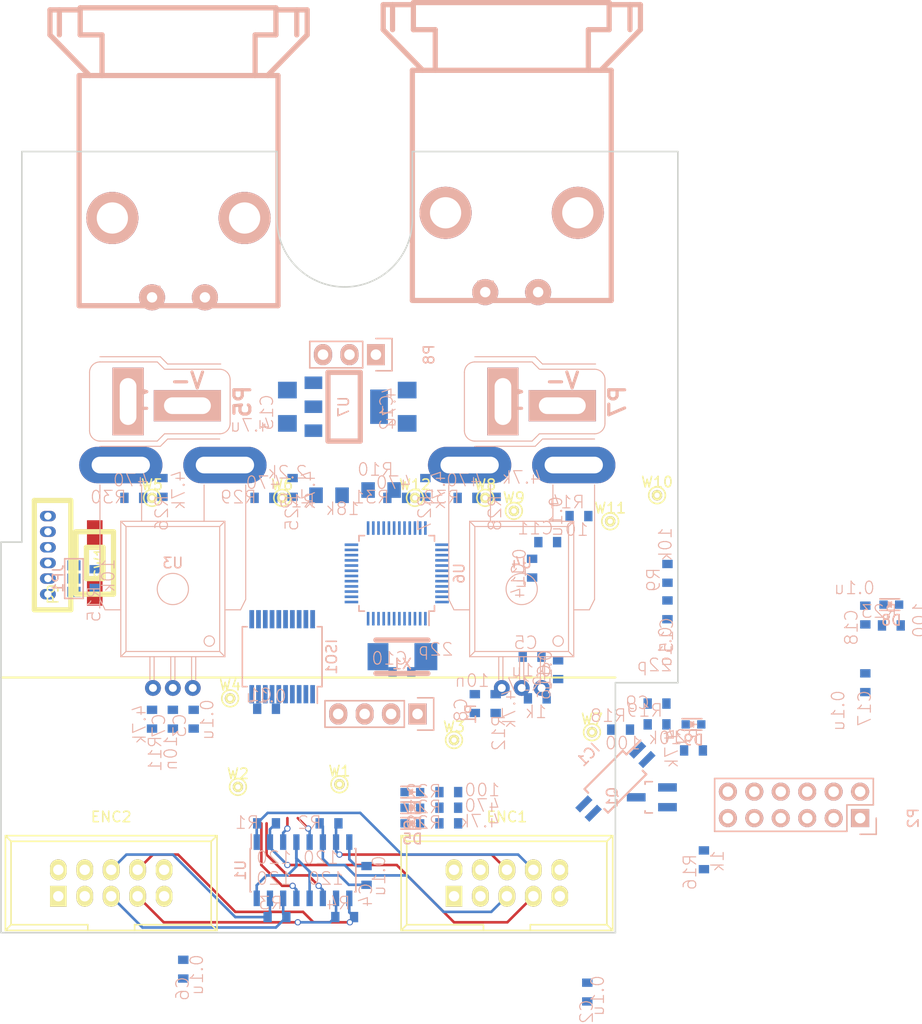
<source format=kicad_pcb>
(kicad_pcb (version 4) (host pcbnew 4.0.5)
  (layers (0 F.Cu signal) (31 B.Cu signal) (34 B.Paste user hide) (35 F.Paste user hide) (36 B.SilkS user) (37 F.SilkS user) (38 B.Mask user) (39 F.Mask user) (44 Edge.Cuts user))
  (net 0 "")
  (net 1 +3.3V)
  (net 2 GND)
  (net 3 +5V)
  (net 4 +12V)
  (net 5 /ENC_Aba)
  (net 6 /ENC_Abb)
  (net 7 /ENC_Aaa)
  (net 8 /ENC_Aab)
  (net 9 /ENC_Bba)
  (net 10 /ENC_Bbb)
  (net 11 /ENC_Baa)
  (net 12 /ENC_Bab)
  (net 13 /EXIO_0)
  (net 14 /EXIO_1)
  (net 15 /ENC_Aa)
  (net 16 /VALVE_3)
  (net 17 /ENC_Ab)
  (net 18 /VALVE_2)
  (net 19 /ENC_Ba)
  (net 20 /VALVE_1)
  (net 21 /ENC_Bb)
  (net 22 /VALVE_0)
  (net 23 "Net-(P5-Pad1)")
  (net 24 "Net-(P7-Pad1)")
  (net 25 "Net-(R11-Pad1)")
  (net 26 "Net-(R12-Pad1)")
  (net 27 /V_RX)
  (net 28 GNDPWR)
  (net 29 "Net-(C9-Pad2)")
  (net 30 "Net-(C10-Pad2)")
  (net 31 "Net-(C11-Pad1)")
  (net 32 /GD_12V)
  (net 33 /PW_3.3V)
  (net 34 +BATT)
  (net 35 "Net-(JP1-Pad2)")
  (net 36 /SWDCK)
  (net 37 /SWDIO)
  (net 38 /USART_TX)
  (net 39 /USART_RX)
  (net 40 "Net-(R9-Pad1)")
  (net 41 /BATT_IN)
  (net 42 /NRST)
  (net 43 /V_TX)
  (net 44 "Net-(IC1-Pad1)")
  (net 45 "Net-(IC1-Pad2)")
  (net 46 "Net-(Q1-PadG)")
  (net 47 "Net-(D5-Pad2)")
  (net 48 "Net-(D6-Pad2)")
  (net 49 "Net-(D7-Pad2)")
  (net 50 "Net-(D8-Pad2)")
  (net 51 "Net-(D9-Pad2)")
  (net 52 /SPI_NSS)
  (net 53 /SPI_SCK)
  (net 54 /SPI_MISO)
  (net 55 /SPI_MOSI)
  (net 56 /V_1A)
  (net 57 /V_1B)
  (net 58 /V_0A)
  (net 59 /V_0B)
  (net 60 /V1B_IN)
  (net 61 /V1A_IN)
  (net 62 /V0A_IN)
  (net 63 /V0B_IN)
  (module RP_KiCAD_Connector:D-3200S_2L_PW (layer B.Cu) (at 25.5 14)
    (fp_text reference P4 (at 0 -0.5) (layer B.SilkS) (effects (justify mirror)))
    (fp_text value CONN_01X02)
    (pad 1 thru_hole circle (at 0 0) (size 2.5 2.5) (drill 1) (layers *.Cu *.Mask B.SilkS) (net 56 /V_1A))
    (pad 2 thru_hole circle (at 5.08 0) (size 2.5 2.5) (drill 1) (layers *.Cu *.Mask B.SilkS) (net 57 /V_1B))
    (pad 1 thru_hole circle (at -3.81 -7.62) (size 5 5) (drill 3) (layers *.Cu *.Mask B.SilkS) (net 56 /V_1A))
    (pad 2 thru_hole circle (at 8.89 -7.62) (size 5 5) (drill 3) (layers *.Cu *.Mask B.SilkS) (net 57 /V_1B))
  )
  (module RP_KiCAD_Libs:ACS785xCB (layer B.Cu) (at 27.5 51.5 180)
    (fp_text reference U3 (at 0 12 180) (layer B.SilkS) (effects (justify mirror)))
    (fp_text value ACS758)
    (pad 1 thru_hole circle (at -1.91 0 180) (size 1.524 1.524) (drill 0.762) (layers *.Cu *.Mask) (net 1 +3.3V))
    (pad 2 thru_hole circle (at 0 0 180) (size 1.524 1.524) (drill 0.762) (layers *.Cu *.Mask) (net 2 GND))
    (pad 3 thru_hole circle (at 1.91 0 180) (size 1.524 1.524) (drill 0.762) (layers *.Cu *.Mask) (net 25 "Net-(R11-Pad1)"))
    (pad 4 thru_hole oval (at 5 21.4 180) (size 8 3.5) (drill oval 5.6 1.6) (layers *.Cu *.Mask) (net 56 /V_1A))
    (pad 5 thru_hole oval (at -5 21.4 180) (size 8 3.5) (drill oval 5.6 1.6) (layers *.Cu *.Mask) (net 23 "Net-(P5-Pad1)"))
  )
  (module RP_KiCAD_Libs:ACS785xCB (layer B.Cu) (at 61 51.5 180)
    (fp_text reference U4 (at 0 12 180) (layer B.SilkS) (effects (justify mirror)))
    (fp_text value ACS758)
    (pad 1 thru_hole circle (at -1.91 0 180) (size 1.524 1.524) (drill 0.762) (layers *.Cu *.Mask) (net 1 +3.3V))
    (pad 2 thru_hole circle (at 0 0 180) (size 1.524 1.524) (drill 0.762) (layers *.Cu *.Mask) (net 2 GND))
    (pad 3 thru_hole circle (at 1.91 0 180) (size 1.524 1.524) (drill 0.762) (layers *.Cu *.Mask) (net 26 "Net-(R12-Pad1)"))
    (pad 4 thru_hole oval (at 5 21.4 180) (size 8 3.5) (drill oval 5.6 1.6) (layers *.Cu *.Mask) (net 58 /V_0A))
    (pad 5 thru_hole oval (at -5 21.4 180) (size 8 3.5) (drill oval 5.6 1.6) (layers *.Cu *.Mask) (net 24 "Net-(P7-Pad1)"))
  )
  (module RP_KiCAD_Libs:C1608_WP (layer B.Cu) (at 36.5 53.5 180)
    (fp_text reference C1 (at -0.635 0.635 180) (layer B.SilkS) (effects (font (size 1.2065 1.2065) (thickness 0.1016)) (justify left bottom mirror)))
    (fp_text value 0.1u (at -2 0.5 180) (layer B.SilkS) (effects (font (size 1.2065 1.2065) (thickness 0.1016)) (justify left bottom mirror)))
    (pad 1 smd rect (at -0.9 0 180) (size 0.8 1) (layers B.Cu B.Paste B.Mask) (net 1 +3.3V))
    (pad 2 smd rect (at 0.9 0 180) (size 0.8 1) (layers B.Cu B.Paste B.Mask) (net 2 GND))
  )
  (module RP_KiCAD_Libs:C1608_WP (layer B.Cu) (at 67.3 80.7 90)
    (fp_text reference C2 (at -0.635 0.635 90) (layer B.SilkS) (effects (font (size 1.2065 1.2065) (thickness 0.1016)) (justify left bottom mirror)))
    (fp_text value 0.1u (at 1.7 1.7 90) (layer B.SilkS) (effects (font (size 1.2065 1.2065) (thickness 0.1016)) (justify left bottom mirror)))
    (pad 1 smd rect (at -0.9 0 90) (size 0.8 1) (layers B.Cu B.Paste B.Mask) (net 3 +5V))
    (pad 2 smd rect (at 0.9 0 90) (size 0.8 1) (layers B.Cu B.Paste B.Mask) (net 2 GND))
  )
  (module RP_KiCAD_Libs:C1608_WP (layer B.Cu) (at 29.5 54.5 270)
    (fp_text reference C3 (at -0.635 0.635 270) (layer B.SilkS) (effects (font (size 1.2065 1.2065) (thickness 0.1016)) (justify left bottom mirror)))
    (fp_text value 0.1u (at -2 -2 270) (layer B.SilkS) (effects (font (size 1.2065 1.2065) (thickness 0.1016)) (justify left bottom mirror)))
    (pad 1 smd rect (at -0.9 0 270) (size 0.8 1) (layers B.Cu B.Paste B.Mask) (net 1 +3.3V))
    (pad 2 smd rect (at 0.9 0 270) (size 0.8 1) (layers B.Cu B.Paste B.Mask) (net 2 GND))
  )
  (module RP_KiCAD_Libs:C1608_WP (layer B.Cu) (at 46.1 69.5 90)
    (fp_text reference C4 (at -0.635 0.635 90) (layer B.SilkS) (effects (font (size 1.2065 1.2065) (thickness 0.1016)) (justify left bottom mirror)))
    (fp_text value 0.1u (at 2 1.9 90) (layer B.SilkS) (effects (font (size 1.2065 1.2065) (thickness 0.1016)) (justify left bottom mirror)))
    (pad 1 smd rect (at -0.9 0 90) (size 0.8 1) (layers B.Cu B.Paste B.Mask) (net 3 +5V))
    (pad 2 smd rect (at 0.9 0 90) (size 0.8 1) (layers B.Cu B.Paste B.Mask) (net 2 GND))
  )
  (module RP_KiCAD_Libs:C1608_WP (layer B.Cu) (at 62 48.5 180)
    (fp_text reference C5 (at -0.635 0.635 180) (layer B.SilkS) (effects (font (size 1.2065 1.2065) (thickness 0.1016)) (justify left bottom mirror)))
    (fp_text value 0.1u (at -2 -2 180) (layer B.SilkS) (effects (font (size 1.2065 1.2065) (thickness 0.1016)) (justify left bottom mirror)))
    (pad 1 smd rect (at -0.9 0 180) (size 0.8 1) (layers B.Cu B.Paste B.Mask) (net 1 +3.3V))
    (pad 2 smd rect (at 0.9 0 180) (size 0.8 1) (layers B.Cu B.Paste B.Mask) (net 2 GND))
  )
  (module RP_KiCAD_Libs:C1608_WP (layer B.Cu) (at 28.5 78.5 90)
    (fp_text reference C6 (at -0.635 0.635 90) (layer B.SilkS) (effects (font (size 1.2065 1.2065) (thickness 0.1016)) (justify left bottom mirror)))
    (fp_text value 0.1u (at 1.5 2 90) (layer B.SilkS) (effects (font (size 1.2065 1.2065) (thickness 0.1016)) (justify left bottom mirror)))
    (pad 1 smd rect (at -0.9 0 90) (size 0.8 1) (layers B.Cu B.Paste B.Mask) (net 3 +5V))
    (pad 2 smd rect (at 0.9 0 90) (size 0.8 1) (layers B.Cu B.Paste B.Mask) (net 2 GND))
  )
  (module RP_KiCAD_Libs:C1608_WP (layer B.Cu) (at 27.5 54.5 270)
    (fp_text reference C7 (at -0.635 0.635 270) (layer B.SilkS) (effects (font (size 1.2065 1.2065) (thickness 0.1016)) (justify left bottom mirror)))
    (fp_text value 10n (at 1.5 -0.5 450) (layer B.SilkS) (effects (font (size 1.2065 1.2065) (thickness 0.1016)) (justify left bottom mirror)))
    (pad 1 smd rect (at -0.9 0 270) (size 0.8 1) (layers B.Cu B.Paste B.Mask) (net 14 /EXIO_1))
    (pad 2 smd rect (at 0.9 0 270) (size 0.8 1) (layers B.Cu B.Paste B.Mask) (net 2 GND))
  )
  (module RP_KiCAD_Libs:C1608_WP (layer B.Cu) (at 56.5 53 270)
    (fp_text reference C8 (at -0.635 0.635 270) (layer B.SilkS) (effects (font (size 1.2065 1.2065) (thickness 0.1016)) (justify left bottom mirror)))
    (fp_text value 10n (at -1.5 -1.5 540) (layer B.SilkS) (effects (font (size 1.2065 1.2065) (thickness 0.1016)) (justify left bottom mirror)))
    (pad 1 smd rect (at -0.9 0 270) (size 0.8 1) (layers B.Cu B.Paste B.Mask) (net 13 /EXIO_0))
    (pad 2 smd rect (at 0.9 0 270) (size 0.8 1) (layers B.Cu B.Paste B.Mask) (net 2 GND))
  )
  (module RP_KiCAD_Connector:DEF_ENCODER (layer F.Cu) (at 54.5 71.5)
    (fp_text reference ENC1 (at 5.08 -7.62) (layer F.SilkS))
    (fp_text value RS422_ENCODER)
    (pad 1 thru_hole rect (at 0 0) (size 1.6 2) (drill 1) (layers *.Cu *.Mask F.SilkS))
    (pad 2 thru_hole oval (at 0 -2.54) (size 1.6 2) (drill 1) (layers *.Cu *.Mask F.SilkS) (net 3 +5V))
    (pad 3 thru_hole oval (at 2.54 0) (size 1.6 2) (drill 1) (layers *.Cu *.Mask F.SilkS) (net 2 GND))
    (pad 4 thru_hole oval (at 2.54 -2.54) (size 1.6 2) (drill 1) (layers *.Cu *.Mask F.SilkS))
    (pad 5 thru_hole oval (at 5.08 0) (size 1.6 2) (drill 1) (layers *.Cu *.Mask F.SilkS) (net 5 /ENC_Aba))
    (pad 6 thru_hole oval (at 5.08 -2.54) (size 1.6 2) (drill 1) (layers *.Cu *.Mask F.SilkS) (net 6 /ENC_Abb))
    (pad 7 thru_hole oval (at 7.62 0) (size 1.6 2) (drill 1) (layers *.Cu *.Mask F.SilkS) (net 7 /ENC_Aaa))
    (pad 8 thru_hole oval (at 7.62 -2.54) (size 1.6 2) (drill 1) (layers *.Cu *.Mask F.SilkS) (net 8 /ENC_Aab))
    (pad 9 thru_hole oval (at 10.16 0) (size 1.6 2) (drill 1) (layers *.Cu *.Mask F.SilkS))
    (pad 10 thru_hole oval (at 10.16 -2.54) (size 1.6 2) (drill 1) (layers *.Cu *.Mask F.SilkS))
  )
  (module Pin_Headers:Pin_Header_Straight_1x04 (layer B.Cu) (at 51 54 90)
    (fp_text reference P1 (at 0 5.1 90) (layer B.SilkS) (effects (justify mirror)))
    (fp_text value CONN_01X04)
    (pad 1 thru_hole rect (at 0 0 90) (size 2.032 1.7272) (drill 1.016) (layers *.Cu *.Mask B.SilkS) (net 2 GND))
    (pad 2 thru_hole oval (at 0 -2.54 90) (size 2.032 1.7272) (drill 1.016) (layers *.Cu *.Mask B.SilkS) (net 1 +3.3V))
    (pad 3 thru_hole oval (at 0 -5.08 90) (size 2.032 1.7272) (drill 1.016) (layers *.Cu *.Mask B.SilkS) (net 13 /EXIO_0))
    (pad 4 thru_hole oval (at 0 -7.62 90) (size 2.032 1.7272) (drill 1.016) (layers *.Cu *.Mask B.SilkS) (net 14 /EXIO_1))
  )
  (module RP_KiCAD_Connector:D-3200S_2L_PW (layer B.Cu) (at 57.5 13.5)
    (fp_text reference P6 (at 0 -0.5) (layer B.SilkS) (effects (justify mirror)))
    (fp_text value CONN_01X02)
    (pad 1 thru_hole circle (at 0 0) (size 2.5 2.5) (drill 1) (layers *.Cu *.Mask B.SilkS) (net 58 /V_0A))
    (pad 2 thru_hole circle (at 5.08 0) (size 2.5 2.5) (drill 1) (layers *.Cu *.Mask B.SilkS) (net 59 /V_0B))
    (pad 1 thru_hole circle (at -3.81 -7.62) (size 5 5) (drill 3) (layers *.Cu *.Mask B.SilkS) (net 58 /V_0A))
    (pad 2 thru_hole circle (at 8.89 -7.62) (size 5 5) (drill 3) (layers *.Cu *.Mask B.SilkS) (net 59 /V_0B))
  )
  (module RP_KiCAD_Libs:C1608_WP (layer B.Cu) (at 36.5 64.5)
    (fp_text reference R1 (at -0.635 0.635) (layer B.SilkS) (effects (font (size 1.2065 1.2065) (thickness 0.1016)) (justify left bottom mirror)))
    (fp_text value 120 (at 2.5 4) (layer B.SilkS) (effects (font (size 1.2065 1.2065) (thickness 0.1016)) (justify left bottom mirror)))
    (pad 1 smd rect (at -0.9 0) (size 0.8 1) (layers B.Cu B.Paste B.Mask) (net 8 /ENC_Aab))
    (pad 2 smd rect (at 0.9 0) (size 0.8 1) (layers B.Cu B.Paste B.Mask) (net 7 /ENC_Aaa))
  )
  (module RP_KiCAD_Libs:C1608_WP (layer B.Cu) (at 42.5 64.5)
    (fp_text reference R2 (at -0.635 0.635) (layer B.SilkS) (effects (font (size 1.2065 1.2065) (thickness 0.1016)) (justify left bottom mirror)))
    (fp_text value 120 (at 1 4) (layer B.SilkS) (effects (font (size 1.2065 1.2065) (thickness 0.1016)) (justify left bottom mirror)))
    (pad 1 smd rect (at -0.9 0) (size 0.8 1) (layers B.Cu B.Paste B.Mask) (net 5 /ENC_Aba))
    (pad 2 smd rect (at 0.9 0) (size 0.8 1) (layers B.Cu B.Paste B.Mask) (net 6 /ENC_Abb))
  )
  (module RP_KiCAD_Libs:C1608_WP (layer B.Cu) (at 37.5 73.5 180)
    (fp_text reference R3 (at -0.635 0.635 180) (layer B.SilkS) (effects (font (size 1.2065 1.2065) (thickness 0.1016)) (justify left bottom mirror)))
    (fp_text value 120 (at -1.5 3 180) (layer B.SilkS) (effects (font (size 1.2065 1.2065) (thickness 0.1016)) (justify left bottom mirror)))
    (pad 1 smd rect (at -0.9 0 180) (size 0.8 1) (layers B.Cu B.Paste B.Mask) (net 9 /ENC_Bba))
    (pad 2 smd rect (at 0.9 0 180) (size 0.8 1) (layers B.Cu B.Paste B.Mask) (net 10 /ENC_Bbb))
  )
  (module RP_KiCAD_Libs:C1608_WP (layer B.Cu) (at 44 73.5 180)
    (fp_text reference R4 (at -0.635 0.635 180) (layer B.SilkS) (effects (font (size 1.2065 1.2065) (thickness 0.1016)) (justify left bottom mirror)))
    (fp_text value 120 (at 0 3 180) (layer B.SilkS) (effects (font (size 1.2065 1.2065) (thickness 0.1016)) (justify left bottom mirror)))
    (pad 1 smd rect (at -0.9 0 180) (size 0.8 1) (layers B.Cu B.Paste B.Mask) (net 12 /ENC_Bab))
    (pad 2 smd rect (at 0.9 0 180) (size 0.8 1) (layers B.Cu B.Paste B.Mask) (net 11 /ENC_Baa))
  )
  (module RP_KiCAD_Libs:C1608_WP (layer B.Cu) (at 25.5 54.5 270)
    (fp_text reference R11 (at 1.5 -1 270) (layer B.SilkS) (effects (font (size 1.2065 1.2065) (thickness 0.1016)) (justify left bottom mirror)))
    (fp_text value 4.7k (at -1.5 0.5 270) (layer B.SilkS) (effects (font (size 1.2065 1.2065) (thickness 0.1016)) (justify left bottom mirror)))
    (pad 1 smd rect (at -0.9 0 270) (size 0.8 1) (layers B.Cu B.Paste B.Mask) (net 25 "Net-(R11-Pad1)"))
    (pad 2 smd rect (at 0.9 0 270) (size 0.8 1) (layers B.Cu B.Paste B.Mask) (net 14 /EXIO_1))
  )
  (module RP_KiCAD_Libs:C1608_WP (layer B.Cu) (at 58.5 53 90)
    (fp_text reference R12 (at -1 1 90) (layer B.SilkS) (effects (font (size 1.2065 1.2065) (thickness 0.1016)) (justify left bottom mirror)))
    (fp_text value 4.7k (at 1.5 2 90) (layer B.SilkS) (effects (font (size 1.2065 1.2065) (thickness 0.1016)) (justify left bottom mirror)))
    (pad 1 smd rect (at -0.9 0 90) (size 0.8 1) (layers B.Cu B.Paste B.Mask) (net 26 "Net-(R12-Pad1)"))
    (pad 2 smd rect (at 0.9 0 90) (size 0.8 1) (layers B.Cu B.Paste B.Mask) (net 13 /EXIO_0))
  )
  (module Pin_Headers:Pin_Header_Straight_2x06 (layer B.Cu) (at 93.5 64 90)
    (fp_text reference P2 (at 0 5.1 90) (layer B.SilkS) (effects (justify mirror)))
    (fp_text value CONN_02X06)
    (pad 1 thru_hole rect (at 0 0 90) (size 1.7272 1.7272) (drill 1.016) (layers *.Cu *.Mask B.SilkS) (net 2 GND))
    (pad 2 thru_hole oval (at 2.54 0 90) (size 1.7272 1.7272) (drill 1.016) (layers *.Cu *.Mask B.SilkS) (net 4 +12V))
    (pad 3 thru_hole oval (at 0 -2.54 90) (size 1.7272 1.7272) (drill 1.016) (layers *.Cu *.Mask B.SilkS) (net 3 +5V))
    (pad 4 thru_hole oval (at 2.54 -2.54 90) (size 1.7272 1.7272) (drill 1.016) (layers *.Cu *.Mask B.SilkS) (net 27 /V_RX))
    (pad 5 thru_hole oval (at 0 -5.08 90) (size 1.7272 1.7272) (drill 1.016) (layers *.Cu *.Mask B.SilkS) (net 15 /ENC_Aa))
    (pad 6 thru_hole oval (at 2.54 -5.08 90) (size 1.7272 1.7272) (drill 1.016) (layers *.Cu *.Mask B.SilkS) (net 16 /VALVE_3))
    (pad 7 thru_hole oval (at 0 -7.62 90) (size 1.7272 1.7272) (drill 1.016) (layers *.Cu *.Mask B.SilkS) (net 17 /ENC_Ab))
    (pad 8 thru_hole oval (at 2.54 -7.62 90) (size 1.7272 1.7272) (drill 1.016) (layers *.Cu *.Mask B.SilkS) (net 18 /VALVE_2))
    (pad 9 thru_hole oval (at 0 -10.16 90) (size 1.7272 1.7272) (drill 1.016) (layers *.Cu *.Mask B.SilkS) (net 19 /ENC_Ba))
    (pad 10 thru_hole oval (at 2.54 -10.16 90) (size 1.7272 1.7272) (drill 1.016) (layers *.Cu *.Mask B.SilkS) (net 20 /VALVE_1))
    (pad 11 thru_hole oval (at 0 -12.7 90) (size 1.7272 1.7272) (drill 1.016) (layers *.Cu *.Mask B.SilkS) (net 21 /ENC_Bb))
    (pad 12 thru_hole oval (at 2.54 -12.7 90) (size 1.7272 1.7272) (drill 1.016) (layers *.Cu *.Mask B.SilkS) (net 22 /VALVE_0))
  )
  (module RP_KiCAD_Libs:C1608_WP (layer B.Cu) (at 74 53)
    (fp_text reference C9 (at -0.635 0.635) (layer B.SilkS) (effects (font (size 1.2065 1.2065) (thickness 0.1016)) (justify left bottom mirror)))
    (fp_text value 22p (at 1.5 -3 180) (layer B.SilkS) (effects (font (size 1.2065 1.2065) (thickness 0.1016)) (justify left bottom mirror)))
    (pad 1 smd rect (at -0.9 0) (size 0.8 1) (layers B.Cu B.Paste B.Mask) (net 28 GNDPWR))
    (pad 2 smd rect (at 0.9 0) (size 0.8 1) (layers B.Cu B.Paste B.Mask) (net 29 "Net-(C9-Pad2)"))
  )
  (module RP_KiCAD_Libs:C1608_WP (layer B.Cu) (at 49.5 50 180)
    (fp_text reference C10 (at -0.635 0.635 180) (layer B.SilkS) (effects (font (size 1.2065 1.2065) (thickness 0.1016)) (justify left bottom mirror)))
    (fp_text value 22p (at -5 1.5 180) (layer B.SilkS) (effects (font (size 1.2065 1.2065) (thickness 0.1016)) (justify left bottom mirror)))
    (pad 1 smd rect (at -0.9 0 180) (size 0.8 1) (layers B.Cu B.Paste B.Mask) (net 28 GNDPWR))
    (pad 2 smd rect (at 0.9 0 180) (size 0.8 1) (layers B.Cu B.Paste B.Mask) (net 30 "Net-(C10-Pad2)"))
  )
  (module RP_KiCAD_Libs:C1608_WP (layer B.Cu) (at 63.5 37.5 180)
    (fp_text reference C11 (at -0.635 0.635 180) (layer B.SilkS) (effects (font (size 1.2065 1.2065) (thickness 0.1016)) (justify left bottom mirror)))
    (fp_text value 0.1u (at -1.5 4.5 450) (layer B.SilkS) (effects (font (size 1.2065 1.2065) (thickness 0.1016)) (justify left bottom mirror)))
    (pad 1 smd rect (at -0.9 0 180) (size 0.8 1) (layers B.Cu B.Paste B.Mask) (net 31 "Net-(C11-Pad1)"))
    (pad 2 smd rect (at 0.9 0 180) (size 0.8 1) (layers B.Cu B.Paste B.Mask) (net 28 GNDPWR))
  )
  (module RP_KiCAD_Libs:C1608_WP (layer B.Cu) (at 62 40 270)
    (fp_text reference C14 (at -0.635 0.635 270) (layer B.SilkS) (effects (font (size 1.2065 1.2065) (thickness 0.1016)) (justify left bottom mirror)))
    (fp_text value 0.1u (at -2 0.5 270) (layer B.SilkS) (effects (font (size 1.2065 1.2065) (thickness 0.1016)) (justify left bottom mirror)))
    (pad 1 smd rect (at -0.9 0 270) (size 0.8 1) (layers B.Cu B.Paste B.Mask) (net 33 /PW_3.3V))
    (pad 2 smd rect (at 0.9 0 270) (size 0.8 1) (layers B.Cu B.Paste B.Mask) (net 28 GNDPWR))
  )
  (module RP_KiCAD_Connector:ZH_6T (layer F.Cu) (at 15.5 42.5 90)
    (fp_text reference P9 (at 0 0.5 90) (layer F.SilkS))
    (fp_text value CONN_01X06)
    (pad 1 thru_hole oval (at 0 0 90) (size 1 1.524) (drill 0.7) (layers *.Cu *.Mask) (net 28 GNDPWR))
    (pad 2 thru_hole oval (at 1.5 0 90) (size 1 1.524) (drill 0.7) (layers *.Cu *.Mask) (net 35 "Net-(JP1-Pad2)"))
    (pad 3 thru_hole oval (at 3 0 90) (size 1 1.524) (drill 0.7) (layers *.Cu *.Mask) (net 36 /SWDCK))
    (pad 4 thru_hole oval (at 4.5 0 90) (size 1 1.524) (drill 0.7) (layers *.Cu *.Mask) (net 37 /SWDIO))
    (pad 5 thru_hole oval (at 6 0 90) (size 1 1.524) (drill 0.7) (layers *.Cu *.Mask) (net 38 /USART_TX))
    (pad 6 thru_hole oval (at 7.5 0 90) (size 1 1.524) (drill 0.7) (layers *.Cu *.Mask) (net 39 /USART_RX))
  )
  (module RP_KiCAD_Libs:C1608_WP (layer B.Cu) (at 75 40.5 270)
    (fp_text reference R9 (at -0.635 0.635 270) (layer B.SilkS) (effects (font (size 1.2065 1.2065) (thickness 0.1016)) (justify left bottom mirror)))
    (fp_text value 10k (at -4.5 -0.5 270) (layer B.SilkS) (effects (font (size 1.2065 1.2065) (thickness 0.1016)) (justify left bottom mirror)))
    (pad 1 smd rect (at -0.9 0 270) (size 0.8 1) (layers B.Cu B.Paste B.Mask) (net 40 "Net-(R9-Pad1)"))
    (pad 2 smd rect (at 0.9 0 270) (size 0.8 1) (layers B.Cu B.Paste B.Mask) (net 28 GNDPWR))
  )
  (module RP_KiCAD_Libs:C2012 (layer B.Cu) (at 47.5 32.5 180)
    (fp_text reference R10 (at -1.27 1.27 180) (layer B.SilkS) (effects (font (size 1.2065 1.2065) (thickness 0.1016)) (justify left bottom mirror)))
    (fp_text value 18k (at 2 -2.5 180) (layer B.SilkS) (effects (font (size 1.2065 1.2065) (thickness 0.1016)) (justify left bottom mirror)))
    (pad 1 smd rect (at -1.25 0 180) (size 1.3 1.5) (layers B.Cu B.Paste B.Mask) (net 31 "Net-(C11-Pad1)"))
    (pad 2 smd rect (at 1.25 0 180) (size 1.3 1.5) (layers B.Cu B.Paste B.Mask) (net 41 /BATT_IN))
  )
  (module RP_KiCAD_Libs:C2012 (layer B.Cu) (at 42.5 33)
    (fp_text reference R13 (at -1.27 1.27) (layer B.SilkS) (effects (font (size 1.2065 1.2065) (thickness 0.1016)) (justify left bottom mirror)))
    (fp_text value 2.2k (at -2 -1.5) (layer B.SilkS) (effects (font (size 1.2065 1.2065) (thickness 0.1016)) (justify left bottom mirror)))
    (pad 1 smd rect (at -1.25 0) (size 1.3 1.5) (layers B.Cu B.Paste B.Mask) (net 41 /BATT_IN))
    (pad 2 smd rect (at 1.25 0) (size 1.3 1.5) (layers B.Cu B.Paste B.Mask) (net 28 GNDPWR))
  )
  (module RP_KiCAD_Libs:C1608_WP (layer B.Cu) (at 20 41 90)
    (fp_text reference R15 (at -0.635 0.635 90) (layer B.SilkS) (effects (font (size 1.2065 1.2065) (thickness 0.1016)) (justify left bottom mirror)))
    (fp_text value 10k (at 2 2 90) (layer B.SilkS) (effects (font (size 1.2065 1.2065) (thickness 0.1016)) (justify left bottom mirror)))
    (pad 1 smd rect (at -0.9 0 90) (size 0.8 1) (layers B.Cu B.Paste B.Mask) (net 33 /PW_3.3V))
    (pad 2 smd rect (at 0.9 0 90) (size 0.8 1) (layers B.Cu B.Paste B.Mask) (net 42 /NRST))
  )
  (module TO_SOT_Packages_SMD:SOT-223_reg (layer B.Cu) (at 41 24.5 90)
    (fp_text reference U7 (at 0 2.9 90) (layer B.SilkS) (effects (justify mirror)))
    (fp_text value NCP1117ST33T3G)
    (pad 1 smd rect (at -2.3 0 90) (size 1.2 1.7) (layers B.Cu B.Paste B.Mask) (net 28 GNDPWR))
    (pad 2 smd rect (at 0 0 90) (size 1.2 1.7) (layers B.Cu B.Paste B.Mask) (net 33 /PW_3.3V))
    (pad 3 smd rect (at 2.3 0 90) (size 1.2 1.7) (layers B.Cu B.Paste B.Mask) (net 32 /GD_12V))
    (pad 2 smd rect (at 0 6.3 90) (size 3.3 1.7) (layers B.Cu B.Paste B.Mask) (net 33 /PW_3.3V))
  )
  (module Crystals:ABM3_2pads (layer B.Cu) (at 49.5 48.5 180)
    (fp_text reference X1 (at 0 -0.7 180) (layer B.SilkS) (effects (justify mirror)))
    (fp_text value CRYSTAL)
    (pad 1 smd rect (at -2.3 0 180) (size 2.2 2.6) (layers B.Cu B.Paste B.Mask) (net 29 "Net-(C9-Pad2)"))
    (pad 2 smd rect (at 2.3 0 180) (size 2 2.6) (layers B.Cu B.Paste B.Mask) (net 30 "Net-(C10-Pad2)"))
  )
  (module Connect:GS3 (layer B.Cu) (at 18 41 180)
    (fp_text reference JP1 (at 1.524 0 450) (layer B.SilkS) (effects (justify mirror)))
    (fp_text value JUMPER3)
    (pad 1 smd rect (at 0 1.27 180) (size 1.27 0.9652) (layers B.Cu B.Paste B.Mask) (net 42 /NRST))
    (pad 2 smd rect (at 0 0 180) (size 1.27 0.9652) (layers B.Cu B.Paste B.Mask) (net 35 "Net-(JP1-Pad2)"))
    (pad 3 smd rect (at 0 -1.27 180) (size 1.27 0.9652) (layers B.Cu B.Paste B.Mask) (net 33 /PW_3.3V))
  )
  (module Housings_SOIC:SOIC-16_3.9x9.9mm_Pitch1.27mm (layer B.Cu) (at 40 69 270)
    (fp_text reference U1 (at 0 6 270) (layer B.SilkS) (effects (justify mirror)))
    (fp_text value SN75175)
    (pad 1 smd rect (at -2.7 4.445 270) (size 1.5 0.6) (layers B.Cu B.Paste B.Mask) (net 8 /ENC_Aab))
    (pad 2 smd rect (at -2.7 3.175 270) (size 1.5 0.6) (layers B.Cu B.Paste B.Mask) (net 7 /ENC_Aaa))
    (pad 3 smd rect (at -2.7 1.905 270) (size 1.5 0.6) (layers B.Cu B.Paste B.Mask) (net 15 /ENC_Aa))
    (pad 4 smd rect (at -2.7 0.635 270) (size 1.5 0.6) (layers B.Cu B.Paste B.Mask) (net 3 +5V))
    (pad 5 smd rect (at -2.7 -0.635 270) (size 1.5 0.6) (layers B.Cu B.Paste B.Mask) (net 17 /ENC_Ab))
    (pad 6 smd rect (at -2.7 -1.905 270) (size 1.5 0.6) (layers B.Cu B.Paste B.Mask) (net 5 /ENC_Aba))
    (pad 7 smd rect (at -2.7 -3.175 270) (size 1.5 0.6) (layers B.Cu B.Paste B.Mask) (net 6 /ENC_Abb))
    (pad 8 smd rect (at -2.7 -4.445 270) (size 1.5 0.6) (layers B.Cu B.Paste B.Mask) (net 2 GND))
    (pad 9 smd rect (at 2.7 -4.445 270) (size 1.5 0.6) (layers B.Cu B.Paste B.Mask) (net 12 /ENC_Bab))
    (pad 10 smd rect (at 2.7 -3.175 270) (size 1.5 0.6) (layers B.Cu B.Paste B.Mask) (net 11 /ENC_Baa))
    (pad 11 smd rect (at 2.7 -1.905 270) (size 1.5 0.6) (layers B.Cu B.Paste B.Mask) (net 19 /ENC_Ba))
    (pad 12 smd rect (at 2.7 -0.635 270) (size 1.5 0.6) (layers B.Cu B.Paste B.Mask) (net 3 +5V))
    (pad 13 smd rect (at 2.7 0.635 270) (size 1.5 0.6) (layers B.Cu B.Paste B.Mask) (net 21 /ENC_Bb))
    (pad 14 smd rect (at 2.7 1.905 270) (size 1.5 0.6) (layers B.Cu B.Paste B.Mask) (net 9 /ENC_Bba))
    (pad 15 smd rect (at 2.7 3.175 270) (size 1.5 0.6) (layers B.Cu B.Paste B.Mask) (net 10 /ENC_Bbb))
    (pad 16 smd rect (at 2.7 4.445 270) (size 1.5 0.6) (layers B.Cu B.Paste B.Mask) (net 3 +5V))
  )
  (module TO_SOT_Packages_SMD:SOT-23_Handsoldering (layer B.Cu) (at 73.5 62 270)
    (fp_text reference Q1 (at 0 3.81 270) (layer B.SilkS) (effects (justify mirror)))
    (fp_text value MOSFET_N)
    (pad G smd rect (at -0.95 -1.50114 270) (size 0.8001 1.80086) (layers B.Cu B.Paste B.Mask) (net 46 "Net-(Q1-PadG)"))
    (pad S smd rect (at 0.95 -1.50114 270) (size 0.8001 1.80086) (layers B.Cu B.Paste B.Mask) (net 28 GNDPWR))
    (pad D smd rect (at 0 1.50114 270) (size 0.8001 1.80086) (layers B.Cu B.Paste B.Mask) (net 45 "Net-(IC1-Pad2)"))
  )
  (module RP_KiCAD_Libs:C1608_WP (layer B.Cu) (at 78.5 68 270)
    (fp_text reference R16 (at -0.635 0.635 270) (layer B.SilkS) (effects (font (size 1.2065 1.2065) (thickness 0.1016)) (justify left bottom mirror)))
    (fp_text value 1k (at -1 -2 270) (layer B.SilkS) (effects (font (size 1.2065 1.2065) (thickness 0.1016)) (justify left bottom mirror)))
    (pad 1 smd rect (at -0.9 0 270) (size 0.8 1) (layers B.Cu B.Paste B.Mask) (net 27 /V_RX))
    (pad 2 smd rect (at 0.9 0 270) (size 0.8 1) (layers B.Cu B.Paste B.Mask) (net 2 GND))
  )
  (module RP_KiCAD_Libs:C1608_WP (layer B.Cu) (at 62.5 52.5 180)
    (fp_text reference R17 (at -0.635 0.635 180) (layer B.SilkS) (effects (font (size 1.2065 1.2065) (thickness 0.1016)) (justify left bottom mirror)))
    (fp_text value 1k (at -1 -2 180) (layer B.SilkS) (effects (font (size 1.2065 1.2065) (thickness 0.1016)) (justify left bottom mirror)))
    (pad 1 smd rect (at -0.9 0 180) (size 0.8 1) (layers B.Cu B.Paste B.Mask) (net 32 /GD_12V))
    (pad 2 smd rect (at 0.9 0 180) (size 0.8 1) (layers B.Cu B.Paste B.Mask) (net 44 "Net-(IC1-Pad1)"))
  )
  (module RP_KiCAD_Libs:C1608_WP (layer B.Cu) (at 70.5 55.5 180)
    (fp_text reference R18 (at -0.635 0.635 180) (layer B.SilkS) (effects (font (size 1.2065 1.2065) (thickness 0.1016)) (justify left bottom mirror)))
    (fp_text value 100 (at -2 -2 180) (layer B.SilkS) (effects (font (size 1.2065 1.2065) (thickness 0.1016)) (justify left bottom mirror)))
    (pad 1 smd rect (at -0.9 0 180) (size 0.8 1) (layers B.Cu B.Paste B.Mask) (net 43 /V_TX))
    (pad 2 smd rect (at 0.9 0 180) (size 0.8 1) (layers B.Cu B.Paste B.Mask) (net 46 "Net-(Q1-PadG)"))
  )
  (module RP_KiCAD_Libs:C1608_WP (layer B.Cu) (at 74 55 180)
    (fp_text reference R19 (at -0.635 0.635 180) (layer B.SilkS) (effects (font (size 1.2065 1.2065) (thickness 0.1016)) (justify left bottom mirror)))
    (fp_text value 10k (at -2.5 -2 180) (layer B.SilkS) (effects (font (size 1.2065 1.2065) (thickness 0.1016)) (justify left bottom mirror)))
    (pad 1 smd rect (at -0.9 0 180) (size 0.8 1) (layers B.Cu B.Paste B.Mask) (net 28 GNDPWR))
    (pad 2 smd rect (at 0.9 0 180) (size 0.8 1) (layers B.Cu B.Paste B.Mask) (net 43 /V_TX))
  )
  (module Housings_SOIC:SOIJ-4_5.3x5.3mm_Pitch1.27mm (layer B.Cu) (at 70 60.5 225)
    (fp_text reference IC1 (at 0 3.68 225) (layer B.SilkS) (effects (justify mirror)))
    (fp_text value TLP291)
    (pad 1 smd rect (at -3.65 0.635 225) (size 1.7 0.65) (layers B.Cu B.Paste B.Mask) (net 44 "Net-(IC1-Pad1)"))
    (pad 2 smd rect (at -3.65 -0.635 225) (size 1.7 0.65) (layers B.Cu B.Paste B.Mask) (net 45 "Net-(IC1-Pad2)"))
    (pad 3 smd rect (at 3.65 -0.635 225) (size 1.7 0.65) (layers B.Cu B.Paste B.Mask) (net 27 /V_RX))
    (pad 4 smd rect (at 3.65 0.635 225) (size 1.7 0.65) (layers B.Cu B.Paste B.Mask) (net 3 +5V))
  )
  (module RP_KiCAD_Libs:C3216 (layer B.Cu) (at 50 24.5 270)
    (fp_text reference C12 (at -1.27 1.27 270) (layer B.SilkS) (effects (font (size 1.2065 1.2065) (thickness 0.1016)) (justify left bottom mirror)))
    (fp_text value 4.7u (at -2 1 270) (layer B.SilkS) (effects (font (size 1.2065 1.2065) (thickness 0.1016)) (justify left bottom mirror)))
    (pad 1 smd rect (at -1.6 0 270) (size 1.6 1.8) (layers B.Cu B.Paste B.Mask) (net 32 /GD_12V))
    (pad 2 smd rect (at 1.6 0 270) (size 1.6 1.8) (layers B.Cu B.Paste B.Mask) (net 28 GNDPWR))
  )
  (module RP_KiCAD_Libs:C3216 (layer B.Cu) (at 38.5 24.5 270)
    (fp_text reference C13 (at -1.27 1.27 270) (layer B.SilkS) (effects (font (size 1.2065 1.2065) (thickness 0.1016)) (justify left bottom mirror)))
    (fp_text value 4.7u (at 2.5 1.5 360) (layer B.SilkS) (effects (font (size 1.2065 1.2065) (thickness 0.1016)) (justify left bottom mirror)))
    (pad 1 smd rect (at -1.6 0 270) (size 1.6 1.8) (layers B.Cu B.Paste B.Mask) (net 33 /PW_3.3V))
    (pad 2 smd rect (at 1.6 0 270) (size 1.6 1.8) (layers B.Cu B.Paste B.Mask) (net 28 GNDPWR))
  )
  (module RP_KiCAD_Libs:C1608_WP (layer B.Cu) (at 75 44 90)
    (fp_text reference C15 (at -0.635 0.635 90) (layer B.SilkS) (effects (font (size 1.2065 1.2065) (thickness 0.1016)) (justify left bottom mirror)))
    (fp_text value 0.1u (at -1.5 0.5 90) (layer B.SilkS) (effects (font (size 1.2065 1.2065) (thickness 0.1016)) (justify left bottom mirror)))
    (pad 1 smd rect (at -0.9 0 90) (size 0.8 1) (layers B.Cu B.Paste B.Mask) (net 33 /PW_3.3V))
    (pad 2 smd rect (at 0.9 0 90) (size 0.8 1) (layers B.Cu B.Paste B.Mask) (net 28 GNDPWR))
  )
  (module RP_KiCAD_Libs:C1608_WP (layer B.Cu) (at 64.5 49.75 270)
    (fp_text reference C16 (at -0.635 0.635 270) (layer B.SilkS) (effects (font (size 1.2065 1.2065) (thickness 0.1016)) (justify left bottom mirror)))
    (fp_text value 0.1u (at -2 0.5 270) (layer B.SilkS) (effects (font (size 1.2065 1.2065) (thickness 0.1016)) (justify left bottom mirror)))
    (pad 1 smd rect (at -0.9 0 270) (size 0.8 1) (layers B.Cu B.Paste B.Mask) (net 33 /PW_3.3V))
    (pad 2 smd rect (at 0.9 0 270) (size 0.8 1) (layers B.Cu B.Paste B.Mask) (net 28 GNDPWR))
  )
  (module Housings_QFP:LQFP-48_7x7mm_Pitch0.5mm (layer B.Cu) (at 49 40.5 90)
    (fp_text reference U6 (at 0 6 90) (layer B.SilkS) (effects (justify mirror)))
    (fp_text value STM32F103_48)
    (pad 1 smd rect (at -4.35 2.75 90) (size 1.3 0.25) (layers B.Cu B.Paste B.Mask) (net 33 /PW_3.3V))
    (pad 2 smd rect (at -4.35 2.25 90) (size 1.3 0.25) (layers B.Cu B.Paste B.Mask))
    (pad 3 smd rect (at -4.35 1.75 90) (size 1.3 0.25) (layers B.Cu B.Paste B.Mask))
    (pad 4 smd rect (at -4.35 1.25 90) (size 1.3 0.25) (layers B.Cu B.Paste B.Mask))
    (pad 5 smd rect (at -4.35 0.75 90) (size 1.3 0.25) (layers B.Cu B.Paste B.Mask) (net 29 "Net-(C9-Pad2)"))
    (pad 6 smd rect (at -4.35 0.25 90) (size 1.3 0.25) (layers B.Cu B.Paste B.Mask) (net 30 "Net-(C10-Pad2)"))
    (pad 7 smd rect (at -4.35 -0.25 90) (size 1.3 0.25) (layers B.Cu B.Paste B.Mask) (net 42 /NRST))
    (pad 8 smd rect (at -4.35 -0.75 90) (size 1.3 0.25) (layers B.Cu B.Paste B.Mask) (net 28 GNDPWR))
    (pad 9 smd rect (at -4.35 -1.25 90) (size 1.3 0.25) (layers B.Cu B.Paste B.Mask) (net 33 /PW_3.3V))
    (pad 10 smd rect (at -4.35 -1.75 90) (size 1.3 0.25) (layers B.Cu B.Paste B.Mask) (net 61 /V1A_IN))
    (pad 11 smd rect (at -4.35 -2.25 90) (size 1.3 0.25) (layers B.Cu B.Paste B.Mask) (net 60 /V1B_IN))
    (pad 12 smd rect (at -4.35 -2.75 90) (size 1.3 0.25) (layers B.Cu B.Paste B.Mask) (net 43 /V_TX))
    (pad 13 smd rect (at -2.75 -4.35) (size 1.3 0.25) (layers B.Cu B.Paste B.Mask) (net 63 /V0B_IN))
    (pad 14 smd rect (at -2.25 -4.35) (size 1.3 0.25) (layers B.Cu B.Paste B.Mask) (net 52 /SPI_NSS))
    (pad 15 smd rect (at -1.75 -4.35) (size 1.3 0.25) (layers B.Cu B.Paste B.Mask) (net 53 /SPI_SCK))
    (pad 16 smd rect (at -1.25 -4.35) (size 1.3 0.25) (layers B.Cu B.Paste B.Mask) (net 54 /SPI_MISO))
    (pad 17 smd rect (at -0.75 -4.35) (size 1.3 0.25) (layers B.Cu B.Paste B.Mask) (net 55 /SPI_MOSI))
    (pad 18 smd rect (at -0.25 -4.35) (size 1.3 0.25) (layers B.Cu B.Paste B.Mask))
    (pad 19 smd rect (at 0.25 -4.35) (size 1.3 0.25) (layers B.Cu B.Paste B.Mask) (net 41 /BATT_IN))
    (pad 20 smd rect (at 0.75 -4.35) (size 1.3 0.25) (layers B.Cu B.Paste B.Mask))
    (pad 21 smd rect (at 1.25 -4.35) (size 1.3 0.25) (layers B.Cu B.Paste B.Mask))
    (pad 22 smd rect (at 1.75 -4.35) (size 1.3 0.25) (layers B.Cu B.Paste B.Mask))
    (pad 23 smd rect (at 2.25 -4.35) (size 1.3 0.25) (layers B.Cu B.Paste B.Mask) (net 28 GNDPWR))
    (pad 24 smd rect (at 2.75 -4.35) (size 1.3 0.25) (layers B.Cu B.Paste B.Mask) (net 33 /PW_3.3V))
    (pad 25 smd rect (at 4.35 -2.75 90) (size 1.3 0.25) (layers B.Cu B.Paste B.Mask))
    (pad 26 smd rect (at 4.35 -2.25 90) (size 1.3 0.25) (layers B.Cu B.Paste B.Mask))
    (pad 27 smd rect (at 4.35 -1.75 90) (size 1.3 0.25) (layers B.Cu B.Paste B.Mask))
    (pad 28 smd rect (at 4.35 -1.25 90) (size 1.3 0.25) (layers B.Cu B.Paste B.Mask))
    (pad 29 smd rect (at 4.35 -0.75 90) (size 1.3 0.25) (layers B.Cu B.Paste B.Mask))
    (pad 30 smd rect (at 4.35 -0.25 90) (size 1.3 0.25) (layers B.Cu B.Paste B.Mask) (net 38 /USART_TX))
    (pad 31 smd rect (at 4.35 0.25 90) (size 1.3 0.25) (layers B.Cu B.Paste B.Mask) (net 39 /USART_RX))
    (pad 32 smd rect (at 4.35 0.75 90) (size 1.3 0.25) (layers B.Cu B.Paste B.Mask))
    (pad 33 smd rect (at 4.35 1.25 90) (size 1.3 0.25) (layers B.Cu B.Paste B.Mask))
    (pad 34 smd rect (at 4.35 1.75 90) (size 1.3 0.25) (layers B.Cu B.Paste B.Mask) (net 37 /SWDIO))
    (pad 35 smd rect (at 4.35 2.25 90) (size 1.3 0.25) (layers B.Cu B.Paste B.Mask) (net 28 GNDPWR))
    (pad 36 smd rect (at 4.35 2.75 90) (size 1.3 0.25) (layers B.Cu B.Paste B.Mask) (net 33 /PW_3.3V))
    (pad 37 smd rect (at 2.75 4.35) (size 1.3 0.25) (layers B.Cu B.Paste B.Mask) (net 36 /SWDCK))
    (pad 38 smd rect (at 2.25 4.35) (size 1.3 0.25) (layers B.Cu B.Paste B.Mask))
    (pad 39 smd rect (at 1.75 4.35) (size 1.3 0.25) (layers B.Cu B.Paste B.Mask))
    (pad 40 smd rect (at 1.25 4.35) (size 1.3 0.25) (layers B.Cu B.Paste B.Mask))
    (pad 41 smd rect (at 0.75 4.35) (size 1.3 0.25) (layers B.Cu B.Paste B.Mask))
    (pad 42 smd rect (at 0.25 4.35) (size 1.3 0.25) (layers B.Cu B.Paste B.Mask))
    (pad 43 smd rect (at -0.25 4.35) (size 1.3 0.25) (layers B.Cu B.Paste B.Mask))
    (pad 44 smd rect (at -0.75 4.35) (size 1.3 0.25) (layers B.Cu B.Paste B.Mask) (net 40 "Net-(R9-Pad1)"))
    (pad 45 smd rect (at -1.25 4.35) (size 1.3 0.25) (layers B.Cu B.Paste B.Mask))
    (pad 46 smd rect (at -1.75 4.35) (size 1.3 0.25) (layers B.Cu B.Paste B.Mask))
    (pad 47 smd rect (at -2.25 4.35) (size 1.3 0.25) (layers B.Cu B.Paste B.Mask) (net 28 GNDPWR))
    (pad 48 smd rect (at -2.75 4.35) (size 1.3 0.25) (layers B.Cu B.Paste B.Mask) (net 33 /PW_3.3V))
  )
  (module RP_KiCAD_Connector:DEF_ENCODER (layer F.Cu) (at 16.5 71.5)
    (fp_text reference ENC2 (at 5.08 -7.62) (layer F.SilkS))
    (fp_text value RS422_ENCODER)
    (pad 1 thru_hole rect (at 0 0) (size 1.6 2) (drill 1) (layers *.Cu *.Mask F.SilkS))
    (pad 2 thru_hole oval (at 0 -2.54) (size 1.6 2) (drill 1) (layers *.Cu *.Mask F.SilkS) (net 3 +5V))
    (pad 3 thru_hole oval (at 2.54 0) (size 1.6 2) (drill 1) (layers *.Cu *.Mask F.SilkS) (net 2 GND))
    (pad 4 thru_hole oval (at 2.54 -2.54) (size 1.6 2) (drill 1) (layers *.Cu *.Mask F.SilkS))
    (pad 5 thru_hole oval (at 5.08 0) (size 1.6 2) (drill 1) (layers *.Cu *.Mask F.SilkS) (net 9 /ENC_Bba))
    (pad 6 thru_hole oval (at 5.08 -2.54) (size 1.6 2) (drill 1) (layers *.Cu *.Mask F.SilkS) (net 10 /ENC_Bbb))
    (pad 7 thru_hole oval (at 7.62 0) (size 1.6 2) (drill 1) (layers *.Cu *.Mask F.SilkS) (net 11 /ENC_Baa))
    (pad 8 thru_hole oval (at 7.62 -2.54) (size 1.6 2) (drill 1) (layers *.Cu *.Mask F.SilkS) (net 12 /ENC_Bab))
    (pad 9 thru_hole oval (at 10.16 0) (size 1.6 2) (drill 1) (layers *.Cu *.Mask F.SilkS))
    (pad 10 thru_hole oval (at 10.16 -2.54) (size 1.6 2) (drill 1) (layers *.Cu *.Mask F.SilkS))
  )
  (module Buttons_Switches_SMD:RP_SMD_Button (layer F.Cu) (at 20 39.5 90)
    (fp_text reference SW1 (at 0 0.5 90) (layer F.SilkS))
    (fp_text value SW_PUSH)
    (pad 1 smd rect (at 2.8 0 90) (size 2.6 1.5) (layers F.Cu F.Paste F.Mask) (net 42 /NRST))
    (pad 2 smd rect (at -2.8 0 90) (size 2.6 1.5) (layers F.Cu F.Paste F.Mask) (net 28 GNDPWR))
  )
  (module LEDs:LED_0603 (layer B.Cu) (at 50.5 64.5)
    (fp_text reference D5 (at 0 1.5) (layer B.SilkS) (effects (justify mirror)))
    (fp_text value LED)
    (pad 2 smd rect (at 0.7493 0 180) (size 0.79756 0.79756) (layers B.Cu B.Paste B.Mask) (net 47 "Net-(D5-Pad2)"))
    (pad 1 smd rect (at -0.7493 0 180) (size 0.79756 0.79756) (layers B.Cu B.Paste B.Mask) (net 3 +5V))
  )
  (module LEDs:LED_0603 (layer B.Cu) (at 50.5 63)
    (fp_text reference D6 (at 0 1.5) (layer B.SilkS) (effects (justify mirror)))
    (fp_text value LED)
    (pad 2 smd rect (at 0.7493 0 180) (size 0.79756 0.79756) (layers B.Cu B.Paste B.Mask) (net 48 "Net-(D6-Pad2)"))
    (pad 1 smd rect (at -0.7493 0 180) (size 0.79756 0.79756) (layers B.Cu B.Paste B.Mask) (net 4 +12V))
  )
  (module LEDs:LED_0603 (layer B.Cu) (at 50.5 61.5)
    (fp_text reference D7 (at 0 1.5) (layer B.SilkS) (effects (justify mirror)))
    (fp_text value LED)
    (pad 2 smd rect (at 0.7493 0 180) (size 0.79756 0.79756) (layers B.Cu B.Paste B.Mask) (net 49 "Net-(D7-Pad2)"))
    (pad 1 smd rect (at -0.7493 0 180) (size 0.79756 0.79756) (layers B.Cu B.Paste B.Mask) (net 1 +3.3V))
  )
  (module LEDs:LED_0603 (layer B.Cu) (at 96.5 43.5)
    (fp_text reference D8 (at 0 1.5) (layer B.SilkS) (effects (justify mirror)))
    (fp_text value LED)
    (pad 2 smd rect (at 0.7493 0 180) (size 0.79756 0.79756) (layers B.Cu B.Paste B.Mask) (net 50 "Net-(D8-Pad2)"))
    (pad 1 smd rect (at -0.7493 0 180) (size 0.79756 0.79756) (layers B.Cu B.Paste B.Mask) (net 33 /PW_3.3V))
  )
  (module LEDs:LED_0603 (layer B.Cu) (at 77.5 55)
    (fp_text reference D9 (at 0 1.5) (layer B.SilkS) (effects (justify mirror)))
    (fp_text value LED)
    (pad 2 smd rect (at 0.7493 0 180) (size 0.79756 0.79756) (layers B.Cu B.Paste B.Mask) (net 51 "Net-(D9-Pad2)"))
    (pad 1 smd rect (at -0.7493 0 180) (size 0.79756 0.79756) (layers B.Cu B.Paste B.Mask) (net 32 /GD_12V))
  )
  (module RP_KiCAD_Libs:C1608_WP (layer B.Cu) (at 54 64.5)
    (fp_text reference R20 (at -0.635 0.635) (layer B.SilkS) (effects (font (size 1.2065 1.2065) (thickness 0.1016)) (justify left bottom mirror)))
    (fp_text value 4.7k (at 5 0.5) (layer B.SilkS) (effects (font (size 1.2065 1.2065) (thickness 0.1016)) (justify left bottom mirror)))
    (pad 1 smd rect (at -0.9 0) (size 0.8 1) (layers B.Cu B.Paste B.Mask) (net 47 "Net-(D5-Pad2)"))
    (pad 2 smd rect (at 0.9 0) (size 0.8 1) (layers B.Cu B.Paste B.Mask) (net 2 GND))
  )
  (module RP_KiCAD_Libs:C1608_WP (layer B.Cu) (at 54 63)
    (fp_text reference R21 (at -0.635 0.635) (layer B.SilkS) (effects (font (size 1.2065 1.2065) (thickness 0.1016)) (justify left bottom mirror)))
    (fp_text value 470 (at 5 0.5) (layer B.SilkS) (effects (font (size 1.2065 1.2065) (thickness 0.1016)) (justify left bottom mirror)))
    (pad 1 smd rect (at -0.9 0) (size 0.8 1) (layers B.Cu B.Paste B.Mask) (net 48 "Net-(D6-Pad2)"))
    (pad 2 smd rect (at 0.9 0) (size 0.8 1) (layers B.Cu B.Paste B.Mask) (net 2 GND))
  )
  (module RP_KiCAD_Libs:C1608_WP (layer B.Cu) (at 54 61.5)
    (fp_text reference R22 (at -0.635 0.635) (layer B.SilkS) (effects (font (size 1.2065 1.2065) (thickness 0.1016)) (justify left bottom mirror)))
    (fp_text value 100 (at 5 0.5) (layer B.SilkS) (effects (font (size 1.2065 1.2065) (thickness 0.1016)) (justify left bottom mirror)))
    (pad 1 smd rect (at -0.9 0) (size 0.8 1) (layers B.Cu B.Paste B.Mask) (net 49 "Net-(D7-Pad2)"))
    (pad 2 smd rect (at 0.9 0) (size 0.8 1) (layers B.Cu B.Paste B.Mask) (net 2 GND))
  )
  (module RP_KiCAD_Libs:C1608_WP (layer B.Cu) (at 96.5 45.5 180)
    (fp_text reference R23 (at -0.635 0.635 180) (layer B.SilkS) (effects (font (size 1.2065 1.2065) (thickness 0.1016)) (justify left bottom mirror)))
    (fp_text value 100 (at -3.4 2.3 270) (layer B.SilkS) (effects (font (size 1.2065 1.2065) (thickness 0.1016)) (justify left bottom mirror)))
    (pad 1 smd rect (at -0.9 0 180) (size 0.8 1) (layers B.Cu B.Paste B.Mask) (net 50 "Net-(D8-Pad2)"))
    (pad 2 smd rect (at 0.9 0 180) (size 0.8 1) (layers B.Cu B.Paste B.Mask) (net 28 GNDPWR))
  )
  (module RP_KiCAD_Libs:C1608_WP (layer B.Cu) (at 77.5 57.5 180)
    (fp_text reference R24 (at -0.635 0.635 180) (layer B.SilkS) (effects (font (size 1.2065 1.2065) (thickness 0.1016)) (justify left bottom mirror)))
    (fp_text value 4.7k (at 1.4 2.2 270) (layer B.SilkS) (effects (font (size 1.2065 1.2065) (thickness 0.1016)) (justify left bottom mirror)))
    (pad 1 smd rect (at -0.9 0 180) (size 0.8 1) (layers B.Cu B.Paste B.Mask) (net 51 "Net-(D9-Pad2)"))
    (pad 2 smd rect (at 0.9 0 180) (size 0.8 1) (layers B.Cu B.Paste B.Mask) (net 28 GNDPWR))
  )
  (module RP_KiCAD_Libs:C1608_WP (layer B.Cu) (at 66.5 35 180)
    (fp_text reference R14 (at -0.635 0.635 180) (layer B.SilkS) (effects (font (size 1.2065 1.2065) (thickness 0.1016)) (justify left bottom mirror)))
    (fp_text value 10 (at -1 -2 180) (layer B.SilkS) (effects (font (size 1.2065 1.2065) (thickness 0.1016)) (justify left bottom mirror)))
    (pad 1 smd rect (at -0.9 0 180) (size 0.8 1) (layers B.Cu B.Paste B.Mask) (net 34 +BATT))
    (pad 2 smd rect (at 0.9 0 180) (size 0.8 1) (layers B.Cu B.Paste B.Mask) (net 31 "Net-(C11-Pad1)"))
  )
  (module RP_KiCAD_Libs:C1608_WP (layer B.Cu) (at 94 51 90)
    (fp_text reference C17 (at -0.635 0.635 90) (layer B.SilkS) (effects (font (size 1.2065 1.2065) (thickness 0.1016)) (justify left bottom mirror)))
    (fp_text value 0.1u (at -0.635 -1.905 90) (layer B.SilkS) (effects (font (size 1.2065 1.2065) (thickness 0.1016)) (justify left bottom mirror)))
    (pad 1 smd rect (at -0.9 0 90) (size 0.8 1) (layers B.Cu B.Paste B.Mask) (net 1 +3.3V))
    (pad 2 smd rect (at 0.9 0 90) (size 0.8 1) (layers B.Cu B.Paste B.Mask) (net 2 GND))
  )
  (module RP_KiCAD_Libs:C1608_WP (layer B.Cu) (at 94 44.5 270)
    (fp_text reference C18 (at -0.635 0.635 270) (layer B.SilkS) (effects (font (size 1.2065 1.2065) (thickness 0.1016)) (justify left bottom mirror)))
    (fp_text value 0.1u (at -1.9 -1 360) (layer B.SilkS) (effects (font (size 1.2065 1.2065) (thickness 0.1016)) (justify left bottom mirror)))
    (pad 1 smd rect (at -0.9 0 270) (size 0.8 1) (layers B.Cu B.Paste B.Mask) (net 33 /PW_3.3V))
    (pad 2 smd rect (at 0.9 0 270) (size 0.8 1) (layers B.Cu B.Paste B.Mask) (net 28 GNDPWR))
  )
  (module Housings_SSOP:SSOP-20_5.3x7.2mm_Pitch0.65mm (layer B.Cu) (at 38 48.5 90)
    (fp_text reference ISO1 (at 0 4.75 90) (layer B.SilkS) (effects (justify mirror)))
    (fp_text value ADuM3154)
    (pad 1 smd rect (at -3.6 2.925 90) (size 1.75 0.45) (layers B.Cu B.Paste B.Mask) (net 1 +3.3V))
    (pad 2 smd rect (at -3.6 2.275 90) (size 1.75 0.45) (layers B.Cu B.Paste B.Mask) (net 2 GND))
    (pad 3 smd rect (at -3.6 1.625 90) (size 1.75 0.45) (layers B.Cu B.Paste B.Mask) (net 20 /VALVE_1))
    (pad 4 smd rect (at -3.6 0.975 90) (size 1.75 0.45) (layers B.Cu B.Paste B.Mask) (net 16 /VALVE_3))
    (pad 5 smd rect (at -3.6 0.325 90) (size 1.75 0.45) (layers B.Cu B.Paste B.Mask) (net 18 /VALVE_2))
    (pad 6 smd rect (at -3.6 -0.325 90) (size 1.75 0.45) (layers B.Cu B.Paste B.Mask) (net 22 /VALVE_0))
    (pad 7 smd rect (at -3.6 -0.975 90) (size 1.75 0.45) (layers B.Cu B.Paste B.Mask) (net 2 GND))
    (pad 8 smd rect (at -3.6 -1.625 90) (size 1.75 0.45) (layers B.Cu B.Paste B.Mask) (net 2 GND))
    (pad 9 smd rect (at -3.6 -2.275 90) (size 1.75 0.45) (layers B.Cu B.Paste B.Mask))
    (pad 10 smd rect (at -3.6 -2.925 90) (size 1.75 0.45) (layers B.Cu B.Paste B.Mask) (net 2 GND))
    (pad 11 smd rect (at 3.6 -2.925 90) (size 1.75 0.45) (layers B.Cu B.Paste B.Mask) (net 28 GNDPWR))
    (pad 12 smd rect (at 3.6 -2.275 90) (size 1.75 0.45) (layers B.Cu B.Paste B.Mask))
    (pad 13 smd rect (at 3.6 -1.625 90) (size 1.75 0.45) (layers B.Cu B.Paste B.Mask))
    (pad 14 smd rect (at 3.6 -0.975 90) (size 1.75 0.45) (layers B.Cu B.Paste B.Mask))
    (pad 15 smd rect (at 3.6 -0.325 90) (size 1.75 0.45) (layers B.Cu B.Paste B.Mask) (net 52 /SPI_NSS))
    (pad 16 smd rect (at 3.6 0.325 90) (size 1.75 0.45) (layers B.Cu B.Paste B.Mask) (net 54 /SPI_MISO))
    (pad 17 smd rect (at 3.6 0.975 90) (size 1.75 0.45) (layers B.Cu B.Paste B.Mask) (net 55 /SPI_MOSI))
    (pad 18 smd rect (at 3.6 1.625 90) (size 1.75 0.45) (layers B.Cu B.Paste B.Mask) (net 53 /SPI_SCK))
    (pad 19 smd rect (at 3.6 2.275 90) (size 1.75 0.45) (layers B.Cu B.Paste B.Mask) (net 28 GNDPWR))
    (pad 20 smd rect (at 3.6 2.925 90) (size 1.75 0.45) (layers B.Cu B.Paste B.Mask) (net 33 /PW_3.3V))
  )
  (module RP_KiCAD_Connector:DEANS_T_M (layer B.Cu) (at 26 24 270)
    (fp_text reference P5 (at 0 -8.2 270) (layer B.SilkS) (effects (font (thickness 0.3048)) (justify mirror)))
    (fp_text value CONN_01X02 hide)
    (fp_text user V- (at -2 -2.9 540) (layer B.SilkS) (effects (font (thickness 0.3048)) (justify mirror)))
    (fp_text user V+ (at 0 1.7 450) (layer B.SilkS) (effects (font (thickness 0.3048)) (justify mirror)))
    (pad 1 thru_hole rect (at 0 2.8 270) (size 6.5 3) (drill oval 4.5 1.6) (layers *.Cu *.Mask B.SilkS) (net 23 "Net-(P5-Pad1)"))
    (pad 2 thru_hole rect (at 0.4 -2.9 270) (size 3 6.4516) (drill oval 1.6 4.5) (layers *.Cu *.Mask B.SilkS) (net 57 /V_1B))
  )
  (module RP_KiCAD_Connector:DEANS_T_M (layer B.Cu) (at 62 24 270)
    (fp_text reference P7 (at 0 -8.2 270) (layer B.SilkS) (effects (font (thickness 0.3048)) (justify mirror)))
    (fp_text value CONN_01X02 hide)
    (fp_text user V- (at -2 -2.9 540) (layer B.SilkS) (effects (font (thickness 0.3048)) (justify mirror)))
    (fp_text user V+ (at 0 1.7 450) (layer B.SilkS) (effects (font (thickness 0.3048)) (justify mirror)))
    (pad 1 thru_hole rect (at 0 2.8 270) (size 6.5 3) (drill oval 4.5 1.6) (layers *.Cu *.Mask B.SilkS) (net 24 "Net-(P7-Pad1)"))
    (pad 2 thru_hole rect (at 0.4 -2.9 270) (size 3 6.4516) (drill oval 1.6 4.5) (layers *.Cu *.Mask B.SilkS) (net 59 /V_0B))
  )
  (module Pin_Headers:Pin_Header_Straight_1x03 (layer B.Cu) (at 47 19.5 90)
    (fp_text reference P8 (at 0 5.1 90) (layer B.SilkS) (effects (justify mirror)))
    (fp_text value CONN_01X03)
    (pad 1 thru_hole rect (at 0 0 90) (size 2.032 1.7272) (drill 1.016) (layers *.Cu *.Mask B.SilkS) (net 28 GNDPWR))
    (pad 2 thru_hole oval (at 0 -2.54 90) (size 2.032 1.7272) (drill 1.016) (layers *.Cu *.Mask B.SilkS) (net 32 /GD_12V))
    (pad 3 thru_hole oval (at 0 -5.08 90) (size 2.032 1.7272) (drill 1.016) (layers *.Cu *.Mask B.SilkS) (net 34 +BATT))
  )
  (module RP_KiCAD_Libs:C1608_WP (layer B.Cu) (at 39 32.25 90)
    (fp_text reference R25 (at -0.635 0.635 90) (layer B.SilkS) (effects (font (size 1.2065 1.2065) (thickness 0.1016)) (justify left bottom mirror)))
    (fp_text value 4.7k (at 1.75 2.25 90) (layer B.SilkS) (effects (font (size 1.2065 1.2065) (thickness 0.1016)) (justify left bottom mirror)))
    (pad 1 smd rect (at -0.9 0 90) (size 0.8 1) (layers B.Cu B.Paste B.Mask) (net 60 /V1B_IN))
    (pad 2 smd rect (at 0.9 0 90) (size 0.8 1) (layers B.Cu B.Paste B.Mask) (net 57 /V_1B))
  )
  (module RP_KiCAD_Libs:C1608_WP (layer B.Cu) (at 26.5 32.25 90)
    (fp_text reference R26 (at -0.635 0.635 90) (layer B.SilkS) (effects (font (size 1.2065 1.2065) (thickness 0.1016)) (justify left bottom mirror)))
    (fp_text value 4.7k (at 1.75 2.25 90) (layer B.SilkS) (effects (font (size 1.2065 1.2065) (thickness 0.1016)) (justify left bottom mirror)))
    (pad 1 smd rect (at -0.9 0 90) (size 0.8 1) (layers B.Cu B.Paste B.Mask) (net 61 /V1A_IN))
    (pad 2 smd rect (at 0.9 0 90) (size 0.8 1) (layers B.Cu B.Paste B.Mask) (net 56 /V_1A))
  )
  (module RP_KiCAD_Libs:C1608_WP (layer B.Cu) (at 51.75 32.25 90)
    (fp_text reference R27 (at -0.635 0.635 90) (layer B.SilkS) (effects (font (size 1.2065 1.2065) (thickness 0.1016)) (justify left bottom mirror)))
    (fp_text value 4.7k (at 1.75 2 90) (layer B.SilkS) (effects (font (size 1.2065 1.2065) (thickness 0.1016)) (justify left bottom mirror)))
    (pad 1 smd rect (at -0.9 0 90) (size 0.8 1) (layers B.Cu B.Paste B.Mask) (net 62 /V0A_IN))
    (pad 2 smd rect (at 0.9 0 90) (size 0.8 1) (layers B.Cu B.Paste B.Mask) (net 58 /V_0A))
  )
  (module RP_KiCAD_Libs:C1608_WP (layer B.Cu) (at 58.5 32.25 90)
    (fp_text reference R28 (at -0.635 0.635 90) (layer B.SilkS) (effects (font (size 1.2065 1.2065) (thickness 0.1016)) (justify left bottom mirror)))
    (fp_text value 4.7k (at 0.25 4.5 180) (layer B.SilkS) (effects (font (size 1.2065 1.2065) (thickness 0.1016)) (justify left bottom mirror)))
    (pad 1 smd rect (at -0.9 0 90) (size 0.8 1) (layers B.Cu B.Paste B.Mask) (net 63 /V0B_IN))
    (pad 2 smd rect (at 0.9 0 90) (size 0.8 1) (layers B.Cu B.Paste B.Mask) (net 59 /V_0B))
  )
  (module RP_KiCAD_Libs:C1608_WP (layer B.Cu) (at 36.25 33.25)
    (fp_text reference R29 (at -0.635 0.635) (layer B.SilkS) (effects (font (size 1.2065 1.2065) (thickness 0.1016)) (justify left bottom mirror)))
    (fp_text value 470 (at 1.75 -0.75) (layer B.SilkS) (effects (font (size 1.2065 1.2065) (thickness 0.1016)) (justify left bottom mirror)))
    (pad 1 smd rect (at -0.9 0) (size 0.8 1) (layers B.Cu B.Paste B.Mask) (net 28 GNDPWR))
    (pad 2 smd rect (at 0.9 0) (size 0.8 1) (layers B.Cu B.Paste B.Mask) (net 60 /V1B_IN))
  )
  (module RP_KiCAD_Libs:C1608_WP (layer B.Cu) (at 23.75 33.25)
    (fp_text reference R30 (at -0.635 0.635) (layer B.SilkS) (effects (font (size 1.2065 1.2065) (thickness 0.1016)) (justify left bottom mirror)))
    (fp_text value 470 (at 1.5 -1) (layer B.SilkS) (effects (font (size 1.2065 1.2065) (thickness 0.1016)) (justify left bottom mirror)))
    (pad 1 smd rect (at -0.9 0) (size 0.8 1) (layers B.Cu B.Paste B.Mask) (net 28 GNDPWR))
    (pad 2 smd rect (at 0.9 0) (size 0.8 1) (layers B.Cu B.Paste B.Mask) (net 61 /V1A_IN))
  )
  (module RP_KiCAD_Libs:C1608_WP (layer B.Cu) (at 49 33.25)
    (fp_text reference R31 (at -0.635 0.635) (layer B.SilkS) (effects (font (size 1.2065 1.2065) (thickness 0.1016)) (justify left bottom mirror)))
    (fp_text value 470 (at 1.5 -0.75) (layer B.SilkS) (effects (font (size 1.2065 1.2065) (thickness 0.1016)) (justify left bottom mirror)))
    (pad 1 smd rect (at -0.9 0) (size 0.8 1) (layers B.Cu B.Paste B.Mask) (net 28 GNDPWR))
    (pad 2 smd rect (at 0.9 0) (size 0.8 1) (layers B.Cu B.Paste B.Mask) (net 62 /V0A_IN))
  )
  (module RP_KiCAD_Libs:C1608_WP (layer B.Cu) (at 55.75 33.25)
    (fp_text reference R32 (at -0.635 0.635) (layer B.SilkS) (effects (font (size 1.2065 1.2065) (thickness 0.1016)) (justify left bottom mirror)))
    (fp_text value 470 (at 1.5 -1) (layer B.SilkS) (effects (font (size 1.2065 1.2065) (thickness 0.1016)) (justify left bottom mirror)))
    (pad 1 smd rect (at -0.9 0) (size 0.8 1) (layers B.Cu B.Paste B.Mask) (net 28 GNDPWR))
    (pad 2 smd rect (at 0.9 0) (size 0.8 1) (layers B.Cu B.Paste B.Mask) (net 63 /V0B_IN))
  )
  (module Connect:PINTST (layer F.Cu) (at 43.5 60.75)
    (fp_text reference W1 (at 0 -1.26746) (layer F.SilkS))
    (fp_text value TEST_1P)
    (pad 1 thru_hole circle (at 0 0) (size 1 1) (drill 0.5) (layers *.Cu *.Mask F.SilkS) (net 2 GND))
  )
  (module Connect:PINTST (layer F.Cu) (at 33.75 61)
    (fp_text reference W2 (at 0 -1.26746) (layer F.SilkS))
    (fp_text value TEST_1P)
    (pad 1 thru_hole circle (at 0 0) (size 1 1) (drill 0.5) (layers *.Cu *.Mask F.SilkS) (net 1 +3.3V))
  )
  (module Connect:PINTST (layer F.Cu) (at 54.5 56.5)
    (fp_text reference W3 (at 0 -1.26746) (layer F.SilkS))
    (fp_text value TEST_1P)
    (pad 1 thru_hole circle (at 0 0) (size 1 1) (drill 0.5) (layers *.Cu *.Mask F.SilkS) (net 13 /EXIO_0))
  )
  (module Connect:PINTST (layer F.Cu) (at 33 52.5)
    (fp_text reference W4 (at 0 -1.26746) (layer F.SilkS))
    (fp_text value TEST_1P)
    (pad 1 thru_hole circle (at 0 0) (size 1 1) (drill 0.5) (layers *.Cu *.Mask F.SilkS) (net 14 /EXIO_1))
  )
  (module Connect:PINTST (layer F.Cu) (at 25.5 33.25)
    (fp_text reference W5 (at 0 -1.26746) (layer F.SilkS))
    (fp_text value TEST_1P)
    (pad 1 thru_hole circle (at 0 0) (size 1 1) (drill 0.5) (layers *.Cu *.Mask F.SilkS) (net 61 /V1A_IN))
  )
  (module Connect:PINTST (layer F.Cu) (at 38 33.25)
    (fp_text reference W6 (at 0 -1.26746) (layer F.SilkS))
    (fp_text value TEST_1P)
    (pad 1 thru_hole circle (at 0 0) (size 1 1) (drill 0.5) (layers *.Cu *.Mask F.SilkS) (net 60 /V1B_IN))
  )
  (module Connect:PINTST (layer F.Cu) (at 67.75 55.75)
    (fp_text reference W7 (at 0 -1.26746) (layer F.SilkS))
    (fp_text value TEST_1P)
    (pad 1 thru_hole circle (at 0 0) (size 1 1) (drill 0.5) (layers *.Cu *.Mask F.SilkS) (net 43 /V_TX))
  )
  (module Connect:PINTST (layer F.Cu) (at 57.5 33.25)
    (fp_text reference W8 (at 0 -1.26746) (layer F.SilkS))
    (fp_text value TEST_1P)
    (pad 1 thru_hole circle (at 0 0) (size 1 1) (drill 0.5) (layers *.Cu *.Mask F.SilkS) (net 63 /V0B_IN))
  )
  (module Connect:PINTST (layer F.Cu) (at 60.25 34.5)
    (fp_text reference W9 (at 0 -1.26746) (layer F.SilkS))
    (fp_text value TEST_1P)
    (pad 1 thru_hole circle (at 0 0) (size 1 1) (drill 0.5) (layers *.Cu *.Mask F.SilkS) (net 41 /BATT_IN))
  )
  (module Connect:PINTST (layer F.Cu) (at 74 33)
    (fp_text reference W10 (at 0 -1.26746) (layer F.SilkS))
    (fp_text value TEST_1P)
    (pad 1 thru_hole circle (at 0 0) (size 1 1) (drill 0.5) (layers *.Cu *.Mask F.SilkS) (net 33 /PW_3.3V))
  )
  (module Connect:PINTST (layer F.Cu) (at 69.5 35.5)
    (fp_text reference W11 (at 0 -1.26746) (layer F.SilkS))
    (fp_text value TEST_1P)
    (pad 1 thru_hole circle (at 0 0) (size 1 1) (drill 0.5) (layers *.Cu *.Mask F.SilkS) (net 28 GNDPWR))
  )
  (module Connect:PINTST (layer F.Cu) (at 50.75 33.25)
    (fp_text reference W12 (at 0 -1.26746) (layer F.SilkS))
    (fp_text value TEST_1P)
    (pad 1 thru_hole circle (at 0 0) (size 1 1) (drill 0.5) (layers *.Cu *.Mask F.SilkS) (net 62 /V0A_IN))
  )
  (gr_line (start 70 50.5) (end 11 50.5) (angle 90) (layer F.SilkS) (width 0.2))
  (gr_line (start 11 75) (end 70 75) (angle 90) (layer Edge.Cuts) (width 0.15))
  (gr_line (start 11 37.5) (end 11 75) (angle 90) (layer Edge.Cuts) (width 0.15))
  (gr_line (start 11 37.5) (end 13 37.5) (angle 90) (layer Edge.Cuts) (width 0.15))
  (gr_line (start 76 51) (end 76 0) (angle 90) (layer Edge.Cuts) (width 0.15))
  (gr_line (start 70 51) (end 76 51) (angle 90) (layer Edge.Cuts) (width 0.15))
  (gr_line (start 70 75) (end 70 51) (angle 90) (layer Edge.Cuts) (width 0.15))
  (gr_arc (start 44 6.5) (end 44 13) (angle 90) (layer Edge.Cuts) (width 0.15))
  (gr_arc (start 44 6.5) (end 50.5 6.5) (angle 90) (layer Edge.Cuts) (width 0.15))
  (gr_line (start 13 0) (end 13 37.5) (angle 90) (layer Edge.Cuts) (width 0.15))
  (gr_line (start 37.5 0) (end 13 0) (angle 90) (layer Edge.Cuts) (width 0.15))
  (gr_line (start 37.5 0) (end 37.5 6.5) (angle 90) (layer Edge.Cuts) (width 0.15))
  (gr_line (start 50.5 0) (end 50.5 6.5) (angle 90) (layer Edge.Cuts) (width 0.15))
  (gr_line (start 76 0) (end 50.5 0) (angle 90) (layer Edge.Cuts) (width 0.15))
  (segment (start 44.445 66.3) (end 44.445 67.945) (width 0.25) (layer B.Cu) (net 2))
  (segment (start 45.1 68.6) (end 46.1 68.6) (width 0.25) (layer B.Cu) (net 2))
  (segment (start 44.445 67.945) (end 45.1 68.6) (width 0.25) (layer B.Cu) (net 2))
  (segment (start 46.1 70.4) (end 44.4 70.4) (width 0.25) (layer B.Cu) (net 3))
  (segment (start 43.5 69.5) (end 41 69.5) (width 0.25) (layer B.Cu) (net 3))
  (segment (start 44.4 70.4) (end 43.5 69.5) (width 0.25) (layer B.Cu) (net 3))
  (segment (start 41 69.5) (end 40.5 69) (width 0.25) (layer B.Cu) (net 3))
  (segment (start 35.555 71.7) (end 35.555 70.445) (width 0.25) (layer B.Cu) (net 3))
  (segment (start 39.365 68.635) (end 39.365 66.3) (width 0.25) (layer B.Cu) (net 3))
  (segment (start 38.5 69.5) (end 39.365 68.635) (width 0.25) (layer B.Cu) (net 3))
  (segment (start 36.5 69.5) (end 38.5 69.5) (width 0.25) (layer B.Cu) (net 3))
  (segment (start 35.555 70.445) (end 36.5 69.5) (width 0.25) (layer B.Cu) (net 3))
  (segment (start 39.365 66.3) (end 39.365 67.865) (width 0.25) (layer B.Cu) (net 3))
  (segment (start 40.635 69.135) (end 40.635 71.7) (width 0.25) (layer B.Cu) (net 3))
  (segment (start 39.365 67.865) (end 40.5 69) (width 0.25) (layer B.Cu) (net 3))
  (segment (start 40.5 69) (end 40.635 69.135) (width 0.25) (layer B.Cu) (net 3))
  (segment (start 42.5 68.5) (end 44 68.5) (width 0.25) (layer B.Cu) (net 5))
  (segment (start 44 68.5) (end 45 69.5) (width 0.25) (layer B.Cu) (net 5))
  (segment (start 41.905 66.3) (end 41.905 67.905) (width 0.25) (layer B.Cu) (net 5))
  (segment (start 50 69.5) (end 53.5 73) (width 0.25) (layer B.Cu) (net 5))
  (segment (start 45 69.5) (end 50 69.5) (width 0.25) (layer B.Cu) (net 5))
  (segment (start 41.905 67.905) (end 42.5 68.5) (width 0.25) (layer B.Cu) (net 5))
  (segment (start 58.08 73) (end 59.58 71.5) (width 0.25) (layer B.Cu) (net 5))
  (segment (start 53.5 73) (end 58.08 73) (width 0.25) (layer B.Cu) (net 5))
  (segment (start 41.905 66.3) (end 41.905 64.805) (width 0.25) (layer B.Cu) (net 5))
  (segment (start 41.905 64.805) (end 41.6 64.5) (width 0.25) (layer B.Cu) (net 5))
  (segment (start 43.175 66.3) (end 43.175 67.175) (width 0.25) (layer B.Cu) (net 6))
  (segment (start 58.12 67.5) (end 59.58 68.96) (width 0.25) (layer F.Cu) (net 6))
  (segment (start 43.5 67.5) (end 58.12 67.5) (width 0.25) (layer F.Cu) (net 6))
  (via (at 43.5 67.5) (size 0.6) (drill 0.4) (layers F.Cu B.Cu) (net 6))
  (segment (start 43.175 67.175) (end 43.5 67.5) (width 0.25) (layer B.Cu) (net 6))
  (segment (start 43.175 66.3) (end 43.175 64.725) (width 0.25) (layer B.Cu) (net 6))
  (segment (start 43.175 64.725) (end 43.4 64.5) (width 0.25) (layer B.Cu) (net 6))
  (segment (start 36.825 66.3) (end 36.825 66.825) (width 0.25) (layer B.Cu) (net 7))
  (segment (start 36.825 66.825) (end 38.5 68.5) (width 0.25) (layer B.Cu) (net 7))
  (segment (start 49 68.5) (end 54.5 74) (width 0.25) (layer F.Cu) (net 7))
  (segment (start 38.5 68.5) (end 49 68.5) (width 0.25) (layer F.Cu) (net 7))
  (via (at 38.5 68.5) (size 0.6) (drill 0.4) (layers F.Cu B.Cu) (net 7))
  (segment (start 59.62 74) (end 62.12 71.5) (width 0.25) (layer F.Cu) (net 7))
  (segment (start 54.5 74) (end 59.62 74) (width 0.25) (layer F.Cu) (net 7))
  (segment (start 36.825 66.3) (end 36.825 65.075) (width 0.25) (layer B.Cu) (net 7))
  (segment (start 36.825 65.075) (end 37.4 64.5) (width 0.25) (layer B.Cu) (net 7))
  (segment (start 35.6 64.5) (end 36.6 63.5) (width 0.25) (layer B.Cu) (net 8))
  (segment (start 60.66 67.5) (end 62.12 68.96) (width 0.25) (layer B.Cu) (net 8))
  (segment (start 49.5 67.5) (end 60.66 67.5) (width 0.25) (layer B.Cu) (net 8))
  (segment (start 45.5 63.5) (end 49.5 67.5) (width 0.25) (layer B.Cu) (net 8))
  (segment (start 36.6 63.5) (end 45.5 63.5) (width 0.25) (layer B.Cu) (net 8))
  (segment (start 35.555 66.3) (end 35.555 64.545) (width 0.25) (layer B.Cu) (net 8))
  (segment (start 35.555 64.545) (end 35.6 64.5) (width 0.25) (layer B.Cu) (net 8))
  (segment (start 21.58 71.5) (end 24.58 74.5) (width 0.25) (layer B.Cu) (net 9))
  (segment (start 37.4 74.5) (end 38.4 73.5) (width 0.25) (layer B.Cu) (net 9))
  (segment (start 24.58 74.5) (end 37.4 74.5) (width 0.25) (layer B.Cu) (net 9))
  (segment (start 38.095 71.7) (end 38.095 73.195) (width 0.25) (layer B.Cu) (net 9))
  (segment (start 38.095 73.195) (end 38.4 73.5) (width 0.25) (layer B.Cu) (net 9))
  (segment (start 36.6 73.5) (end 33.5 73.5) (width 0.25) (layer B.Cu) (net 10))
  (segment (start 23.04 67.5) (end 21.58 68.96) (width 0.25) (layer B.Cu) (net 10))
  (segment (start 27.5 67.5) (end 23.04 67.5) (width 0.25) (layer B.Cu) (net 10))
  (segment (start 33.5 73.5) (end 27.5 67.5) (width 0.25) (layer B.Cu) (net 10))
  (segment (start 36.825 71.7) (end 36.825 73.275) (width 0.25) (layer B.Cu) (net 10))
  (segment (start 36.825 73.275) (end 36.6 73.5) (width 0.25) (layer B.Cu) (net 10))
  (segment (start 43.1 73.5) (end 42.6 74) (width 0.25) (layer B.Cu) (net 11))
  (segment (start 26.62 74) (end 24.12 71.5) (width 0.25) (layer F.Cu) (net 11))
  (segment (start 39.5 74) (end 26.62 74) (width 0.25) (layer F.Cu) (net 11))
  (via (at 39.5 74) (size 0.6) (drill 0.4) (layers F.Cu B.Cu) (net 11))
  (segment (start 42.6 74) (end 39.5 74) (width 0.25) (layer B.Cu) (net 11))
  (segment (start 43.175 71.7) (end 43.175 73.425) (width 0.25) (layer B.Cu) (net 11))
  (segment (start 43.175 73.425) (end 43.1 73.5) (width 0.25) (layer B.Cu) (net 11))
  (segment (start 44.9 73.5) (end 44.5 73.9) (width 0.25) (layer B.Cu) (net 12))
  (segment (start 44.5 73.9) (end 44.5 74) (width 0.25) (layer B.Cu) (net 12))
  (via (at 44.5 74) (size 0.6) (drill 0.4) (layers F.Cu B.Cu) (net 12))
  (segment (start 44.5 74) (end 41 74) (width 0.25) (layer F.Cu) (net 12))
  (segment (start 41 74) (end 40 73) (width 0.25) (layer F.Cu) (net 12))
  (segment (start 40 73) (end 33.5 73) (width 0.25) (layer F.Cu) (net 12))
  (segment (start 33.5 73) (end 28 67.5) (width 0.25) (layer F.Cu) (net 12))
  (segment (start 24.12 68.96) (end 25.58 67.5) (width 0.25) (layer F.Cu) (net 12))
  (segment (start 25.58 67.5) (end 28 67.5) (width 0.25) (layer F.Cu) (net 12))
  (segment (start 44.445 71.7) (end 44.445 73.045) (width 0.25) (layer B.Cu) (net 12))
  (segment (start 44.445 73.045) (end 44.9 73.5) (width 0.25) (layer B.Cu) (net 12))
  (segment (start 38.5 64) (end 38.5 65) (width 0.25) (layer F.Cu) (net 15))
  (segment (start 38.095 65.405) (end 38.5 65) (width 0.25) (layer B.Cu) (net 15))
  (via (at 38.5 65) (size 0.6) (drill 0.4) (layers F.Cu B.Cu) (net 15))
  (segment (start 38.095 65.405) (end 38.095 66.3) (width 0.25) (layer B.Cu) (net 15))
  (segment (start 39.5 64) (end 40.5 65) (width 0.25) (layer F.Cu) (net 17))
  (segment (start 40.635 65.135) (end 40.5 65) (width 0.25) (layer B.Cu) (net 17))
  (via (at 40.5 65) (size 0.6) (drill 0.4) (layers F.Cu B.Cu) (net 17))
  (segment (start 40.635 65.135) (end 40.635 66.3) (width 0.25) (layer B.Cu) (net 17))
  (segment (start 41.5 70.5) (end 40.5 69.5) (width 0.25) (layer F.Cu) (net 19))
  (segment (start 41.905 70.905) (end 41.5 70.5) (width 0.25) (layer B.Cu) (net 19))
  (via (at 41.5 70.5) (size 0.6) (drill 0.4) (layers F.Cu B.Cu) (net 19))
  (segment (start 41.905 71.7) (end 41.905 70.905) (width 0.25) (layer B.Cu) (net 19))
  (segment (start 36.5 67.5) (end 36.5 64.5) (width 0.25) (layer F.Cu) (net 19))
  (segment (start 38.5 69.5) (end 36.5 67.5) (width 0.25) (layer F.Cu) (net 19))
  (segment (start 40.5 69.5) (end 38.5 69.5) (width 0.25) (layer F.Cu) (net 19))
  (segment (start 39 70.5) (end 38 70.5) (width 0.25) (layer F.Cu) (net 21))
  (segment (start 39.365 70.865) (end 39 70.5) (width 0.25) (layer B.Cu) (net 21))
  (via (at 39 70.5) (size 0.6) (drill 0.4) (layers F.Cu B.Cu) (net 21))
  (segment (start 39.365 71.7) (end 39.365 70.865) (width 0.25) (layer B.Cu) (net 21))
  (segment (start 36 68.5) (end 36 64.5) (width 0.25) (layer F.Cu) (net 21))
  (segment (start 38 70.5) (end 36 68.5) (width 0.25) (layer F.Cu) (net 21))
)
</source>
